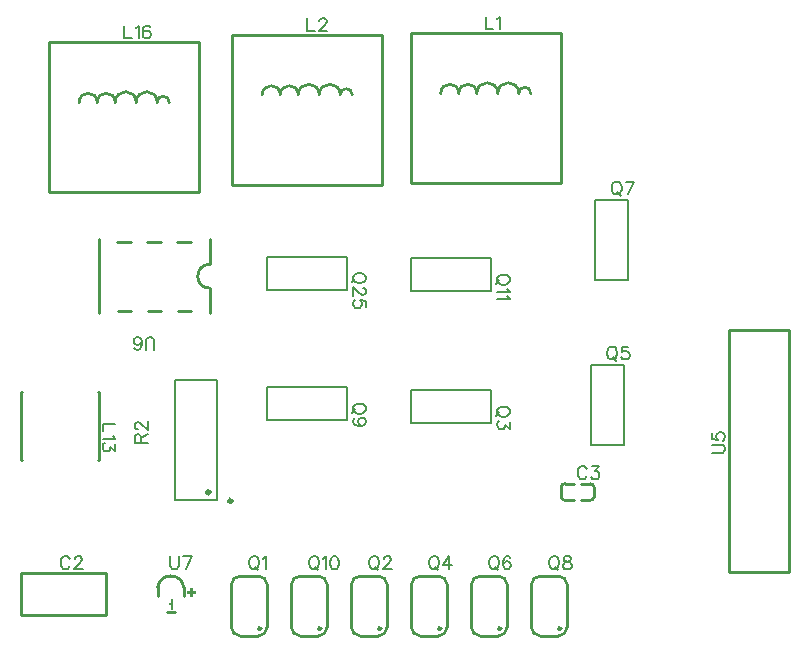
<source format=gto>
G04 Layer: TopSilkscreenLayer*
G04 EasyEDA v6.5.48, 2025-01-21 17:41:51*
G04 c25b6b3bb0ea45fba8c4304eea8249b9,6739810af5ca4796b4382bb4120ee57b,10*
G04 Gerber Generator version 0.2*
G04 Scale: 100 percent, Rotated: No, Reflected: No *
G04 Dimensions in millimeters *
G04 leading zeros omitted , absolute positions ,4 integer and 5 decimal *
%FSLAX45Y45*%
%MOMM*%

%ADD10C,0.1524*%
%ADD11C,0.2540*%
%ADD12C,0.3000*%

%LPD*%
D10*
X1305570Y1399801D02*
G01*
X1300236Y1410215D01*
X1289822Y1420629D01*
X1279662Y1425709D01*
X1258834Y1425709D01*
X1248420Y1420629D01*
X1238006Y1410215D01*
X1232672Y1399801D01*
X1227592Y1384053D01*
X1227592Y1358145D01*
X1232672Y1342651D01*
X1238006Y1332237D01*
X1248420Y1321823D01*
X1258834Y1316743D01*
X1279662Y1316743D01*
X1289822Y1321823D01*
X1300236Y1332237D01*
X1305570Y1342651D01*
X1344940Y1399801D02*
G01*
X1344940Y1404881D01*
X1350274Y1415295D01*
X1355354Y1420629D01*
X1365768Y1425709D01*
X1386596Y1425709D01*
X1397010Y1420629D01*
X1402090Y1415295D01*
X1407424Y1404881D01*
X1407424Y1394467D01*
X1402090Y1384053D01*
X1391676Y1368559D01*
X1339860Y1316743D01*
X1412504Y1316743D01*
X5681967Y2161801D02*
G01*
X5676633Y2172215D01*
X5666219Y2182629D01*
X5656059Y2187709D01*
X5635231Y2187709D01*
X5624817Y2182629D01*
X5614403Y2172215D01*
X5609069Y2161801D01*
X5603989Y2146053D01*
X5603989Y2120145D01*
X5609069Y2104651D01*
X5614403Y2094237D01*
X5624817Y2083823D01*
X5635231Y2078743D01*
X5656059Y2078743D01*
X5666219Y2083823D01*
X5676633Y2094237D01*
X5681967Y2104651D01*
X5726671Y2187709D02*
G01*
X5783821Y2187709D01*
X5752579Y2146053D01*
X5768073Y2146053D01*
X5778487Y2140973D01*
X5783821Y2135893D01*
X5788901Y2120145D01*
X5788901Y2109731D01*
X5783821Y2094237D01*
X5773407Y2083823D01*
X5757659Y2078743D01*
X5742165Y2078743D01*
X5726671Y2083823D01*
X5721337Y2088903D01*
X5716257Y2099317D01*
X4826000Y5995415D02*
G01*
X4826000Y5886450D01*
X4826000Y5886450D02*
G01*
X4888229Y5886450D01*
X4922520Y5974587D02*
G01*
X4932934Y5979921D01*
X4948681Y5995415D01*
X4948681Y5886450D01*
X3314700Y5982715D02*
G01*
X3314700Y5873750D01*
X3314700Y5873750D02*
G01*
X3376929Y5873750D01*
X3416554Y5956807D02*
G01*
X3416554Y5961887D01*
X3421634Y5972302D01*
X3426968Y5977636D01*
X3437381Y5982715D01*
X3458209Y5982715D01*
X3468370Y5977636D01*
X3473704Y5972302D01*
X3478784Y5961887D01*
X3478784Y5951473D01*
X3473704Y5941060D01*
X3463290Y5925565D01*
X3411220Y5873750D01*
X3484118Y5873750D01*
X1765300Y5919215D02*
G01*
X1765300Y5810250D01*
X1765300Y5810250D02*
G01*
X1827529Y5810250D01*
X1861820Y5898387D02*
G01*
X1872234Y5903721D01*
X1887981Y5919215D01*
X1887981Y5810250D01*
X1984502Y5903721D02*
G01*
X1979422Y5914136D01*
X1963674Y5919215D01*
X1953259Y5919215D01*
X1937765Y5914136D01*
X1927352Y5898387D01*
X1922271Y5872479D01*
X1922271Y5846571D01*
X1927352Y5825744D01*
X1937765Y5815329D01*
X1953259Y5810250D01*
X1958593Y5810250D01*
X1974088Y5815329D01*
X1984502Y5825744D01*
X1989836Y5841237D01*
X1989836Y5846571D01*
X1984502Y5862065D01*
X1974088Y5872479D01*
X1958593Y5877560D01*
X1953259Y5877560D01*
X1937765Y5872479D01*
X1927352Y5862065D01*
X1922271Y5846571D01*
X1690115Y2545079D02*
G01*
X1581150Y2545079D01*
X1581150Y2545079D02*
G01*
X1581150Y2482850D01*
X1669287Y2448560D02*
G01*
X1674621Y2438145D01*
X1690115Y2422397D01*
X1581150Y2422397D01*
X1690115Y2377694D02*
G01*
X1690115Y2320544D01*
X1648460Y2351786D01*
X1648460Y2336292D01*
X1643379Y2325878D01*
X1638300Y2320544D01*
X1622552Y2315463D01*
X1612137Y2315463D01*
X1596644Y2320544D01*
X1586229Y2330957D01*
X1581150Y2346705D01*
X1581150Y2362200D01*
X1586229Y2377694D01*
X1591310Y2383028D01*
X1601723Y2388107D01*
X2854637Y1425709D02*
G01*
X2844223Y1420629D01*
X2833809Y1410215D01*
X2828475Y1399801D01*
X2823395Y1384053D01*
X2823395Y1358145D01*
X2828475Y1342651D01*
X2833809Y1332237D01*
X2844223Y1321823D01*
X2854637Y1316743D01*
X2875465Y1316743D01*
X2885625Y1321823D01*
X2896039Y1332237D01*
X2901373Y1342651D01*
X2906453Y1358145D01*
X2906453Y1384053D01*
X2901373Y1399801D01*
X2896039Y1410215D01*
X2885625Y1420629D01*
X2875465Y1425709D01*
X2854637Y1425709D01*
X2870131Y1337317D02*
G01*
X2901373Y1306329D01*
X2940743Y1404881D02*
G01*
X2951157Y1410215D01*
X2966905Y1425709D01*
X2966905Y1316743D01*
X3870637Y1425709D02*
G01*
X3860223Y1420629D01*
X3849809Y1410215D01*
X3844475Y1399801D01*
X3839395Y1384053D01*
X3839395Y1358145D01*
X3844475Y1342651D01*
X3849809Y1332237D01*
X3860223Y1321823D01*
X3870637Y1316743D01*
X3891465Y1316743D01*
X3901625Y1321823D01*
X3912039Y1332237D01*
X3917373Y1342651D01*
X3922453Y1358145D01*
X3922453Y1384053D01*
X3917373Y1399801D01*
X3912039Y1410215D01*
X3901625Y1420629D01*
X3891465Y1425709D01*
X3870637Y1425709D01*
X3886131Y1337317D02*
G01*
X3917373Y1306329D01*
X3962077Y1399801D02*
G01*
X3962077Y1404881D01*
X3967157Y1415295D01*
X3972491Y1420629D01*
X3982905Y1425709D01*
X4003479Y1425709D01*
X4013893Y1420629D01*
X4019227Y1415295D01*
X4024307Y1404881D01*
X4024307Y1394467D01*
X4019227Y1384053D01*
X4008813Y1368559D01*
X3956743Y1316743D01*
X4029641Y1316743D01*
X4378637Y1425709D02*
G01*
X4368223Y1420629D01*
X4357809Y1410215D01*
X4352475Y1399801D01*
X4347395Y1384053D01*
X4347395Y1358145D01*
X4352475Y1342651D01*
X4357809Y1332237D01*
X4368223Y1321823D01*
X4378637Y1316743D01*
X4399465Y1316743D01*
X4409625Y1321823D01*
X4420039Y1332237D01*
X4425373Y1342651D01*
X4430453Y1358145D01*
X4430453Y1384053D01*
X4425373Y1399801D01*
X4420039Y1410215D01*
X4409625Y1420629D01*
X4399465Y1425709D01*
X4378637Y1425709D01*
X4394131Y1337317D02*
G01*
X4425373Y1306329D01*
X4516813Y1425709D02*
G01*
X4464743Y1353065D01*
X4542721Y1353065D01*
X4516813Y1425709D02*
G01*
X4516813Y1316743D01*
X4886637Y1425709D02*
G01*
X4876223Y1420629D01*
X4865809Y1410215D01*
X4860475Y1399801D01*
X4855395Y1384053D01*
X4855395Y1358145D01*
X4860475Y1342651D01*
X4865809Y1332237D01*
X4876223Y1321823D01*
X4886637Y1316743D01*
X4907465Y1316743D01*
X4917625Y1321823D01*
X4928039Y1332237D01*
X4933373Y1342651D01*
X4938453Y1358145D01*
X4938453Y1384053D01*
X4933373Y1399801D01*
X4928039Y1410215D01*
X4917625Y1420629D01*
X4907465Y1425709D01*
X4886637Y1425709D01*
X4902131Y1337317D02*
G01*
X4933373Y1306329D01*
X5035227Y1410215D02*
G01*
X5029893Y1420629D01*
X5014399Y1425709D01*
X5003985Y1425709D01*
X4988491Y1420629D01*
X4978077Y1404881D01*
X4972743Y1378973D01*
X4972743Y1353065D01*
X4978077Y1332237D01*
X4988491Y1321823D01*
X5003985Y1316743D01*
X5009065Y1316743D01*
X5024813Y1321823D01*
X5035227Y1332237D01*
X5040307Y1347731D01*
X5040307Y1353065D01*
X5035227Y1368559D01*
X5024813Y1378973D01*
X5009065Y1384053D01*
X5003985Y1384053D01*
X4988491Y1378973D01*
X4978077Y1368559D01*
X4972743Y1353065D01*
X5394637Y1425709D02*
G01*
X5384223Y1420629D01*
X5373809Y1410215D01*
X5368475Y1399801D01*
X5363395Y1384053D01*
X5363395Y1358145D01*
X5368475Y1342651D01*
X5373809Y1332237D01*
X5384223Y1321823D01*
X5394637Y1316743D01*
X5415465Y1316743D01*
X5425625Y1321823D01*
X5436039Y1332237D01*
X5441373Y1342651D01*
X5446453Y1358145D01*
X5446453Y1384053D01*
X5441373Y1399801D01*
X5436039Y1410215D01*
X5425625Y1420629D01*
X5415465Y1425709D01*
X5394637Y1425709D01*
X5410131Y1337317D02*
G01*
X5441373Y1306329D01*
X5506905Y1425709D02*
G01*
X5491157Y1420629D01*
X5486077Y1410215D01*
X5486077Y1399801D01*
X5491157Y1389387D01*
X5501571Y1384053D01*
X5522399Y1378973D01*
X5537893Y1373893D01*
X5548307Y1363479D01*
X5553641Y1353065D01*
X5553641Y1337317D01*
X5548307Y1326903D01*
X5543227Y1321823D01*
X5527479Y1316743D01*
X5506905Y1316743D01*
X5491157Y1321823D01*
X5486077Y1326903D01*
X5480743Y1337317D01*
X5480743Y1353065D01*
X5486077Y1363479D01*
X5496491Y1373893D01*
X5511985Y1378973D01*
X5532813Y1384053D01*
X5543227Y1389387D01*
X5548307Y1399801D01*
X5548307Y1410215D01*
X5543227Y1420629D01*
X5527479Y1425709D01*
X5506905Y1425709D01*
X3362637Y1425709D02*
G01*
X3352223Y1420629D01*
X3341809Y1410215D01*
X3336475Y1399801D01*
X3331395Y1384053D01*
X3331395Y1358145D01*
X3336475Y1342651D01*
X3341809Y1332237D01*
X3352223Y1321823D01*
X3362637Y1316743D01*
X3383465Y1316743D01*
X3393625Y1321823D01*
X3404039Y1332237D01*
X3409373Y1342651D01*
X3414453Y1358145D01*
X3414453Y1384053D01*
X3409373Y1399801D01*
X3404039Y1410215D01*
X3393625Y1420629D01*
X3383465Y1425709D01*
X3362637Y1425709D01*
X3378131Y1337317D02*
G01*
X3409373Y1306329D01*
X3448743Y1404881D02*
G01*
X3459157Y1410215D01*
X3474905Y1425709D01*
X3474905Y1316743D01*
X3540183Y1425709D02*
G01*
X3524689Y1420629D01*
X3514275Y1404881D01*
X3509195Y1378973D01*
X3509195Y1363479D01*
X3514275Y1337317D01*
X3524689Y1321823D01*
X3540183Y1316743D01*
X3550597Y1316743D01*
X3566345Y1321823D01*
X3576505Y1337317D01*
X3581839Y1363479D01*
X3581839Y1378973D01*
X3576505Y1404881D01*
X3566345Y1420629D01*
X3550597Y1425709D01*
X3540183Y1425709D01*
X5030215Y2661157D02*
G01*
X5025136Y2671571D01*
X5014722Y2681986D01*
X5004308Y2687320D01*
X4988559Y2692400D01*
X4962652Y2692400D01*
X4947158Y2687320D01*
X4936743Y2681986D01*
X4926329Y2671571D01*
X4921250Y2661157D01*
X4921250Y2640329D01*
X4926329Y2630170D01*
X4936743Y2619755D01*
X4947158Y2614421D01*
X4962652Y2609342D01*
X4988559Y2609342D01*
X5004308Y2614421D01*
X5014722Y2619755D01*
X5025136Y2630170D01*
X5030215Y2640329D01*
X5030215Y2661157D01*
X4941824Y2645663D02*
G01*
X4910836Y2614421D01*
X5030215Y2564637D02*
G01*
X5030215Y2507487D01*
X4988559Y2538729D01*
X4988559Y2522981D01*
X4983479Y2512568D01*
X4978400Y2507487D01*
X4962652Y2502154D01*
X4952238Y2502154D01*
X4936743Y2507487D01*
X4926329Y2517902D01*
X4921250Y2533395D01*
X4921250Y2548889D01*
X4926329Y2564637D01*
X4931409Y2569718D01*
X4941824Y2575052D01*
X5885941Y3201415D02*
G01*
X5875527Y3196336D01*
X5865113Y3185921D01*
X5859779Y3175507D01*
X5854700Y3159760D01*
X5854700Y3133852D01*
X5859779Y3118357D01*
X5865113Y3107944D01*
X5875527Y3097529D01*
X5885941Y3092450D01*
X5906770Y3092450D01*
X5916929Y3097529D01*
X5927343Y3107944D01*
X5932677Y3118357D01*
X5937758Y3133852D01*
X5937758Y3159760D01*
X5932677Y3175507D01*
X5927343Y3185921D01*
X5916929Y3196336D01*
X5906770Y3201415D01*
X5885941Y3201415D01*
X5901436Y3113023D02*
G01*
X5932677Y3082036D01*
X6034531Y3201415D02*
G01*
X5982461Y3201415D01*
X5977381Y3154679D01*
X5982461Y3159760D01*
X5998209Y3165094D01*
X6013704Y3165094D01*
X6029197Y3159760D01*
X6039611Y3149600D01*
X6044945Y3133852D01*
X6044945Y3123437D01*
X6039611Y3107944D01*
X6029197Y3097529D01*
X6013704Y3092450D01*
X5998209Y3092450D01*
X5982461Y3097529D01*
X5977381Y3102610D01*
X5972047Y3113023D01*
X5924041Y4598415D02*
G01*
X5913627Y4593336D01*
X5903213Y4582921D01*
X5897879Y4572507D01*
X5892800Y4556760D01*
X5892800Y4530852D01*
X5897879Y4515357D01*
X5903213Y4504944D01*
X5913627Y4494529D01*
X5924041Y4489450D01*
X5944870Y4489450D01*
X5955029Y4494529D01*
X5965443Y4504944D01*
X5970777Y4515357D01*
X5975858Y4530852D01*
X5975858Y4556760D01*
X5970777Y4572507D01*
X5965443Y4582921D01*
X5955029Y4593336D01*
X5944870Y4598415D01*
X5924041Y4598415D01*
X5939536Y4510023D02*
G01*
X5970777Y4479036D01*
X6083045Y4598415D02*
G01*
X6030975Y4489450D01*
X6010147Y4598415D02*
G01*
X6083045Y4598415D01*
X3811015Y2686557D02*
G01*
X3805936Y2696971D01*
X3795522Y2707386D01*
X3785108Y2712720D01*
X3769359Y2717800D01*
X3743452Y2717800D01*
X3727958Y2712720D01*
X3717543Y2707386D01*
X3707129Y2696971D01*
X3702050Y2686557D01*
X3702050Y2665729D01*
X3707129Y2655570D01*
X3717543Y2645155D01*
X3727958Y2639821D01*
X3743452Y2634742D01*
X3769359Y2634742D01*
X3785108Y2639821D01*
X3795522Y2645155D01*
X3805936Y2655570D01*
X3811015Y2665729D01*
X3811015Y2686557D01*
X3722624Y2671063D02*
G01*
X3691636Y2639821D01*
X3774693Y2532887D02*
G01*
X3759200Y2537968D01*
X3748786Y2548381D01*
X3743452Y2564129D01*
X3743452Y2569210D01*
X3748786Y2584704D01*
X3759200Y2595118D01*
X3774693Y2600452D01*
X3779774Y2600452D01*
X3795522Y2595118D01*
X3805936Y2584704D01*
X3811015Y2569210D01*
X3811015Y2564129D01*
X3805936Y2548381D01*
X3795522Y2537968D01*
X3774693Y2532887D01*
X3748786Y2532887D01*
X3722624Y2537968D01*
X3707129Y2548381D01*
X3702050Y2564129D01*
X3702050Y2574289D01*
X3707129Y2590037D01*
X3717543Y2595118D01*
X5030215Y3778757D02*
G01*
X5025136Y3789171D01*
X5014722Y3799586D01*
X5004308Y3804920D01*
X4988559Y3810000D01*
X4962652Y3810000D01*
X4947158Y3804920D01*
X4936743Y3799586D01*
X4926329Y3789171D01*
X4921250Y3778757D01*
X4921250Y3757929D01*
X4926329Y3747770D01*
X4936743Y3737355D01*
X4947158Y3732021D01*
X4962652Y3726942D01*
X4988559Y3726942D01*
X5004308Y3732021D01*
X5014722Y3737355D01*
X5025136Y3747770D01*
X5030215Y3757929D01*
X5030215Y3778757D01*
X4941824Y3763263D02*
G01*
X4910836Y3732021D01*
X5009388Y3692652D02*
G01*
X5014722Y3682237D01*
X5030215Y3666489D01*
X4921250Y3666489D01*
X5009388Y3632200D02*
G01*
X5014722Y3622039D01*
X5030215Y3606292D01*
X4921250Y3606292D01*
X3811015Y3791457D02*
G01*
X3805936Y3801871D01*
X3795522Y3812286D01*
X3785108Y3817620D01*
X3769359Y3822700D01*
X3743452Y3822700D01*
X3727958Y3817620D01*
X3717543Y3812286D01*
X3707129Y3801871D01*
X3702050Y3791457D01*
X3702050Y3770629D01*
X3707129Y3760470D01*
X3717543Y3750055D01*
X3727958Y3744721D01*
X3743452Y3739642D01*
X3769359Y3739642D01*
X3785108Y3744721D01*
X3795522Y3750055D01*
X3805936Y3760470D01*
X3811015Y3770629D01*
X3811015Y3791457D01*
X3722624Y3775963D02*
G01*
X3691636Y3744721D01*
X3785108Y3700018D02*
G01*
X3790188Y3700018D01*
X3800602Y3694937D01*
X3805936Y3689604D01*
X3811015Y3679189D01*
X3811015Y3658615D01*
X3805936Y3648202D01*
X3800602Y3642868D01*
X3790188Y3637787D01*
X3779774Y3637787D01*
X3769359Y3642868D01*
X3753865Y3653281D01*
X3702050Y3705352D01*
X3702050Y3632454D01*
X3811015Y3535934D02*
G01*
X3811015Y3587750D01*
X3764279Y3593084D01*
X3769359Y3587750D01*
X3774693Y3572255D01*
X3774693Y3556762D01*
X3769359Y3541013D01*
X3759200Y3530600D01*
X3743452Y3525520D01*
X3733038Y3525520D01*
X3717543Y3530600D01*
X3707129Y3541013D01*
X3702050Y3556762D01*
X3702050Y3572255D01*
X3707129Y3587750D01*
X3712209Y3593084D01*
X3722624Y3598163D01*
X1853184Y2387600D02*
G01*
X1962150Y2387600D01*
X1853184Y2387600D02*
G01*
X1853184Y2434336D01*
X1858263Y2449829D01*
X1863597Y2455163D01*
X1874012Y2460244D01*
X1884426Y2460244D01*
X1894839Y2455163D01*
X1899920Y2449829D01*
X1905000Y2434336D01*
X1905000Y2387600D01*
X1905000Y2423921D02*
G01*
X1962150Y2460244D01*
X1879092Y2499868D02*
G01*
X1874012Y2499868D01*
X1863597Y2504947D01*
X1858263Y2510281D01*
X1853184Y2520695D01*
X1853184Y2541270D01*
X1858263Y2551684D01*
X1863597Y2557018D01*
X1874012Y2562097D01*
X1884426Y2562097D01*
X1894839Y2557018D01*
X1910334Y2546604D01*
X1962150Y2494534D01*
X1962150Y2567431D01*
X6742684Y2298700D02*
G01*
X6820661Y2298700D01*
X6836156Y2303779D01*
X6846570Y2314194D01*
X6851650Y2329942D01*
X6851650Y2340355D01*
X6846570Y2355850D01*
X6836156Y2366263D01*
X6820661Y2371344D01*
X6742684Y2371344D01*
X6742684Y2468118D02*
G01*
X6742684Y2416047D01*
X6789420Y2410968D01*
X6784340Y2416047D01*
X6779006Y2431795D01*
X6779006Y2447289D01*
X6784340Y2462784D01*
X6794500Y2473197D01*
X6810247Y2478531D01*
X6820661Y2478531D01*
X6836156Y2473197D01*
X6846570Y2462784D01*
X6851650Y2447289D01*
X6851650Y2431795D01*
X6846570Y2416047D01*
X6841490Y2410968D01*
X6831075Y2405634D01*
X2019300Y3173907D02*
G01*
X2019300Y3251885D01*
X2014220Y3267379D01*
X2003806Y3277793D01*
X1988058Y3282873D01*
X1977643Y3282873D01*
X1962150Y3277793D01*
X1951736Y3267379D01*
X1946656Y3251885D01*
X1946656Y3173907D01*
X1849881Y3189401D02*
G01*
X1855215Y3178987D01*
X1870710Y3173907D01*
X1881123Y3173907D01*
X1896618Y3178987D01*
X1907031Y3194735D01*
X1912365Y3220643D01*
X1912365Y3246551D01*
X1907031Y3267379D01*
X1896618Y3277793D01*
X1881123Y3282873D01*
X1875789Y3282873D01*
X1860295Y3277793D01*
X1849881Y3267379D01*
X1844802Y3251885D01*
X1844802Y3246551D01*
X1849881Y3231057D01*
X1860295Y3220643D01*
X1875789Y3215563D01*
X1881123Y3215563D01*
X1896618Y3220643D01*
X1907031Y3231057D01*
X1912365Y3246551D01*
X2156607Y1425709D02*
G01*
X2156607Y1347731D01*
X2161687Y1332237D01*
X2172101Y1321823D01*
X2187849Y1316743D01*
X2198263Y1316743D01*
X2213757Y1321823D01*
X2224171Y1332237D01*
X2229251Y1347731D01*
X2229251Y1425709D01*
X2336439Y1425709D02*
G01*
X2284369Y1316743D01*
X2263541Y1425709D02*
G01*
X2336439Y1425709D01*
G36*
X2323998Y1158290D02*
G01*
X2323998Y1078280D01*
X2344013Y1078280D01*
X2344013Y1158290D01*
G37*
G36*
X2294026Y1128268D02*
G01*
X2294026Y1108303D01*
X2374036Y1108303D01*
X2374036Y1128268D01*
G37*
G36*
X2164029Y1068273D02*
G01*
X2164029Y1028293D01*
X2144014Y1028293D01*
X2144014Y1013307D01*
X2164029Y1013307D01*
X2164029Y973277D01*
X2179015Y973277D01*
X2179015Y1068273D01*
G37*
D11*
X892995Y1282197D02*
G01*
X1612988Y1282194D01*
X1612988Y1282197D02*
G01*
X1612988Y932192D01*
X1612988Y932190D02*
G01*
X892995Y932192D01*
X892995Y932190D02*
G01*
X892995Y1282194D01*
X5575970Y1899836D02*
G01*
X5495973Y1899836D01*
X5632015Y1899790D02*
G01*
X5712012Y1899790D01*
X5575970Y2041804D02*
G01*
X5495973Y2041804D01*
X5632015Y2041756D02*
G01*
X5712012Y2041756D01*
X5464997Y1930819D02*
G01*
X5464997Y2010824D01*
X5742990Y2010770D02*
G01*
X5742990Y1930768D01*
X5461000Y5854700D02*
G01*
X5461000Y4584700D01*
X4191000Y4584700D01*
X4191000Y5854700D01*
X5461000Y5854700D01*
X3949700Y5842000D02*
G01*
X3949700Y4572000D01*
X2679700Y4572000D01*
X2679700Y5842000D01*
X3949700Y5842000D01*
X2400300Y5778500D02*
G01*
X2400300Y4508500D01*
X1130300Y4508500D01*
X1130300Y5778500D01*
X2400300Y5778500D01*
X1542313Y2237300D02*
G01*
X1549199Y2237300D01*
X889200Y2237300D02*
G01*
X896086Y2237300D01*
X896086Y2817299D02*
G01*
X889200Y2817299D01*
X1549199Y2817299D02*
G01*
X1542313Y2817299D01*
X889200Y2817299D02*
G01*
X889200Y2237300D01*
X1549199Y2237300D02*
G01*
X1542313Y2237300D01*
X1549199Y2237300D02*
G01*
X1549199Y2817299D01*
X1539199Y2817299D01*
X2899595Y1259593D02*
G01*
X2747195Y1259593D01*
X2975795Y827793D02*
G01*
X2975795Y1183393D01*
X2747195Y751593D02*
G01*
X2899595Y751593D01*
X2670995Y1183393D02*
G01*
X2670995Y827793D01*
X3915595Y1259593D02*
G01*
X3763195Y1259593D01*
X3991795Y827793D02*
G01*
X3991795Y1183393D01*
X3763195Y751593D02*
G01*
X3915595Y751593D01*
X3686995Y1183393D02*
G01*
X3686995Y827793D01*
X4423595Y1259593D02*
G01*
X4271195Y1259593D01*
X4499795Y827793D02*
G01*
X4499795Y1183393D01*
X4271195Y751593D02*
G01*
X4423595Y751593D01*
X4194995Y1183393D02*
G01*
X4194995Y827793D01*
X4931595Y1259593D02*
G01*
X4779195Y1259593D01*
X5007795Y827793D02*
G01*
X5007795Y1183393D01*
X4779195Y751593D02*
G01*
X4931595Y751593D01*
X4702995Y1183393D02*
G01*
X4702995Y827793D01*
X5439595Y1259593D02*
G01*
X5287195Y1259593D01*
X5515795Y827793D02*
G01*
X5515795Y1183393D01*
X5287195Y751593D02*
G01*
X5439595Y751593D01*
X5210995Y1183393D02*
G01*
X5210995Y827793D01*
X3407595Y1259593D02*
G01*
X3255195Y1259593D01*
X3483795Y827793D02*
G01*
X3483795Y1183393D01*
X3255195Y751593D02*
G01*
X3407595Y751593D01*
X3178995Y1183393D02*
G01*
X3178995Y827793D01*
D10*
X4193778Y2832039D02*
G01*
X4874021Y2832039D01*
X4874021Y2552760D01*
X4193778Y2552760D01*
X4193778Y2832039D01*
X5715060Y2364978D02*
G01*
X5715060Y3045221D01*
X5994339Y3045221D01*
X5994339Y2364978D01*
X5715060Y2364978D01*
X5753160Y3761978D02*
G01*
X5753160Y4442221D01*
X6032439Y4442221D01*
X6032439Y3761978D01*
X5753160Y3761978D01*
X2974578Y2857439D02*
G01*
X3654821Y2857439D01*
X3654821Y2578160D01*
X2974578Y2578160D01*
X2974578Y2857439D01*
X4193778Y3949639D02*
G01*
X4874021Y3949639D01*
X4874021Y3670360D01*
X4193778Y3670360D01*
X4193778Y3949639D01*
X2974578Y3962339D02*
G01*
X3654821Y3962339D01*
X3654821Y3683060D01*
X2974578Y3683060D01*
X2974578Y3962339D01*
X2552039Y1905380D02*
G01*
X2197760Y1905380D01*
X2197760Y2920619D01*
X2552039Y2920619D01*
X2552039Y1905380D01*
D11*
X6883400Y1295400D02*
G01*
X6883400Y3340100D01*
X7391400Y3340100D01*
X7391400Y1295400D01*
X6883400Y1295400D01*
X2489299Y3898823D02*
G01*
X2489299Y4108645D01*
X2489299Y3695623D02*
G01*
X2489299Y3485954D01*
X1549300Y3485954D02*
G01*
X1549300Y4108645D01*
X2330419Y3505123D02*
G01*
X2216180Y3505123D01*
X2076419Y3505123D02*
G01*
X1962180Y3505123D01*
X1822419Y3505123D02*
G01*
X1708180Y3505123D01*
X2330615Y4089323D02*
G01*
X2215984Y4089323D01*
X2076615Y4089323D02*
G01*
X1961984Y4089323D01*
X1822615Y4089323D02*
G01*
X1707984Y4089323D01*
X2269009Y1091404D02*
G01*
X2269009Y1163289D01*
X2048992Y1091404D02*
G01*
X2048992Y1163289D01*
X2126500Y953292D02*
G01*
X2191489Y953292D01*
G75*
G01*
X5712008Y2041756D02*
G02*
X5742991Y2010771I0J-30983D01*
G75*
G01*
X5742991Y1930773D02*
G02*
X5712008Y1899790I-30983J0D01*
G75*
G01*
X5495978Y1899836D02*
G02*
X5464998Y1930819I3J30983D01*
G75*
G01*
X5464998Y2010816D02*
G02*
X5495978Y2041804I30983J5D01*
G75*
G01*
X4445000Y5346700D02*
G02*
X4597400Y5346700I76200J0D01*
G75*
G01*
X4597400Y5346700D02*
G02*
X4749800Y5346700I76200J0D01*
G75*
G01*
X4749800Y5346700D02*
G02*
X4927600Y5346700I88900J0D01*
G75*
G01*
X4927600Y5346700D02*
G02*
X5105400Y5346700I88900J0D01*
G75*
G01*
X5105400Y5346700D02*
G02*
X5207000Y5346700I50800J0D01*
G75*
G01*
X2933700Y5334000D02*
G02*
X3086100Y5334000I76200J0D01*
G75*
G01*
X3086100Y5334000D02*
G02*
X3238500Y5334000I76200J0D01*
G75*
G01*
X3238500Y5334000D02*
G02*
X3416300Y5334000I88900J0D01*
G75*
G01*
X3416300Y5334000D02*
G02*
X3594100Y5334000I88900J0D01*
G75*
G01*
X3594100Y5334000D02*
G02*
X3695700Y5334000I50800J0D01*
G75*
G01*
X1384300Y5270500D02*
G02*
X1536700Y5270500I76200J0D01*
G75*
G01*
X1536700Y5270500D02*
G02*
X1689100Y5270500I76200J0D01*
G75*
G01*
X1689100Y5270500D02*
G02*
X1866900Y5270500I88900J0D01*
G75*
G01*
X1866900Y5270500D02*
G02*
X2044700Y5270500I88900J0D01*
G75*
G01*
X2044700Y5270500D02*
G02*
X2146300Y5270500I50800J0D01*
G75*
G01*
X2747195Y1259594D02*
G03*
X2670995Y1183394I0J-76200D01*
G75*
G01*
X2975795Y1183394D02*
G03*
X2899595Y1259594I-76200J0D01*
G75*
G01*
X2670995Y827794D02*
G03*
X2747195Y751594I76200J0D01*
G75*
G01*
X2899595Y751594D02*
G03*
X2975795Y827794I0J76200D01*
G75*
G01*
X3763195Y1259594D02*
G03*
X3686995Y1183394I0J-76200D01*
G75*
G01*
X3991795Y1183394D02*
G03*
X3915595Y1259594I-76200J0D01*
G75*
G01*
X3686995Y827794D02*
G03*
X3763195Y751594I76200J0D01*
G75*
G01*
X3915595Y751594D02*
G03*
X3991795Y827794I0J76200D01*
G75*
G01*
X4271195Y1259594D02*
G03*
X4194995Y1183394I0J-76200D01*
G75*
G01*
X4499795Y1183394D02*
G03*
X4423595Y1259594I-76200J0D01*
G75*
G01*
X4194995Y827794D02*
G03*
X4271195Y751594I76200J0D01*
G75*
G01*
X4423595Y751594D02*
G03*
X4499795Y827794I0J76200D01*
G75*
G01*
X4779195Y1259594D02*
G03*
X4702995Y1183394I0J-76200D01*
G75*
G01*
X5007795Y1183394D02*
G03*
X4931595Y1259594I-76200J0D01*
G75*
G01*
X4702995Y827794D02*
G03*
X4779195Y751594I76200J0D01*
G75*
G01*
X4931595Y751594D02*
G03*
X5007795Y827794I0J76200D01*
G75*
G01*
X5287195Y1259594D02*
G03*
X5210995Y1183394I0J-76200D01*
G75*
G01*
X5515795Y1183394D02*
G03*
X5439595Y1259594I-76200J0D01*
G75*
G01*
X5210995Y827794D02*
G03*
X5287195Y751594I76200J0D01*
G75*
G01*
X5439595Y751594D02*
G03*
X5515795Y827794I0J76200D01*
G75*
G01*
X3255195Y1259594D02*
G03*
X3178995Y1183394I0J-76200D01*
G75*
G01*
X3483795Y1183394D02*
G03*
X3407595Y1259594I-76200J0D01*
G75*
G01*
X3178995Y827794D02*
G03*
X3255195Y751594I76200J0D01*
G75*
G01*
X3407595Y751594D02*
G03*
X3483795Y827794I0J76200D01*
G75*
G01*
X2489299Y3695624D02*
G02*
X2489299Y3898824I0J101600D01*
G75*
G01*
X2269007Y1163290D02*
G03*
X2049013Y1163328I-109999J-14035D01*
G75*
G01
X2924988Y815086D02*
G03X2924988Y815086I-12700J0D01*
G75*
G01
X3940988Y815086D02*
G03X3940988Y815086I-12700J0D01*
G75*
G01
X4448988Y815086D02*
G03X4448988Y815086I-12700J0D01*
G75*
G01
X4956988Y815086D02*
G03X4956988Y815086I-12700J0D01*
G75*
G01
X5464988Y815086D02*
G03X5464988Y815086I-12700J0D01*
G75*
G01
X3432988Y815086D02*
G03X3432988Y815086I-12700J0D01*
D12*
G75*
G01
X2491816Y1968500D02*
G03X2491816Y1968500I-15011J0D01*
G75*
G01
X2677160Y1895272D02*
G03X2677160Y1895272I-15011J0D01*
M02*

</source>
